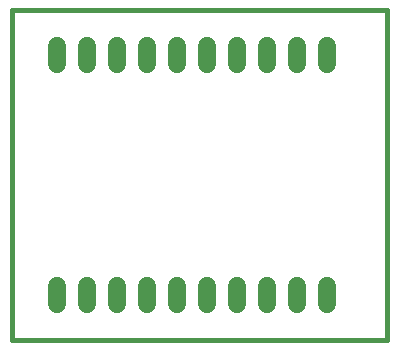
<source format=gbl>
G75*
G70*
%OFA0B0*%
%FSLAX24Y24*%
%IPPOS*%
%LPD*%
%AMOC8*
5,1,8,0,0,1.08239X$1,22.5*
%
%ADD10C,0.0160*%
%ADD11C,0.0600*%
D10*
X000653Y000651D02*
X013153Y000651D01*
X013153Y011651D01*
X000653Y011651D01*
X000653Y000651D01*
D11*
X002153Y001851D02*
X002153Y002451D01*
X003153Y002451D02*
X003153Y001851D01*
X004153Y001851D02*
X004153Y002451D01*
X005153Y002451D02*
X005153Y001851D01*
X006153Y001851D02*
X006153Y002451D01*
X007153Y002451D02*
X007153Y001851D01*
X008153Y001851D02*
X008153Y002451D01*
X009153Y002451D02*
X009153Y001851D01*
X010153Y001851D02*
X010153Y002451D01*
X011153Y002451D02*
X011153Y001851D01*
X011153Y009851D02*
X011153Y010451D01*
X010153Y010451D02*
X010153Y009851D01*
X009153Y009851D02*
X009153Y010451D01*
X008153Y010451D02*
X008153Y009851D01*
X007153Y009851D02*
X007153Y010451D01*
X006153Y010451D02*
X006153Y009851D01*
X005153Y009851D02*
X005153Y010451D01*
X004153Y010451D02*
X004153Y009851D01*
X003153Y009851D02*
X003153Y010451D01*
X002153Y010451D02*
X002153Y009851D01*
M02*

</source>
